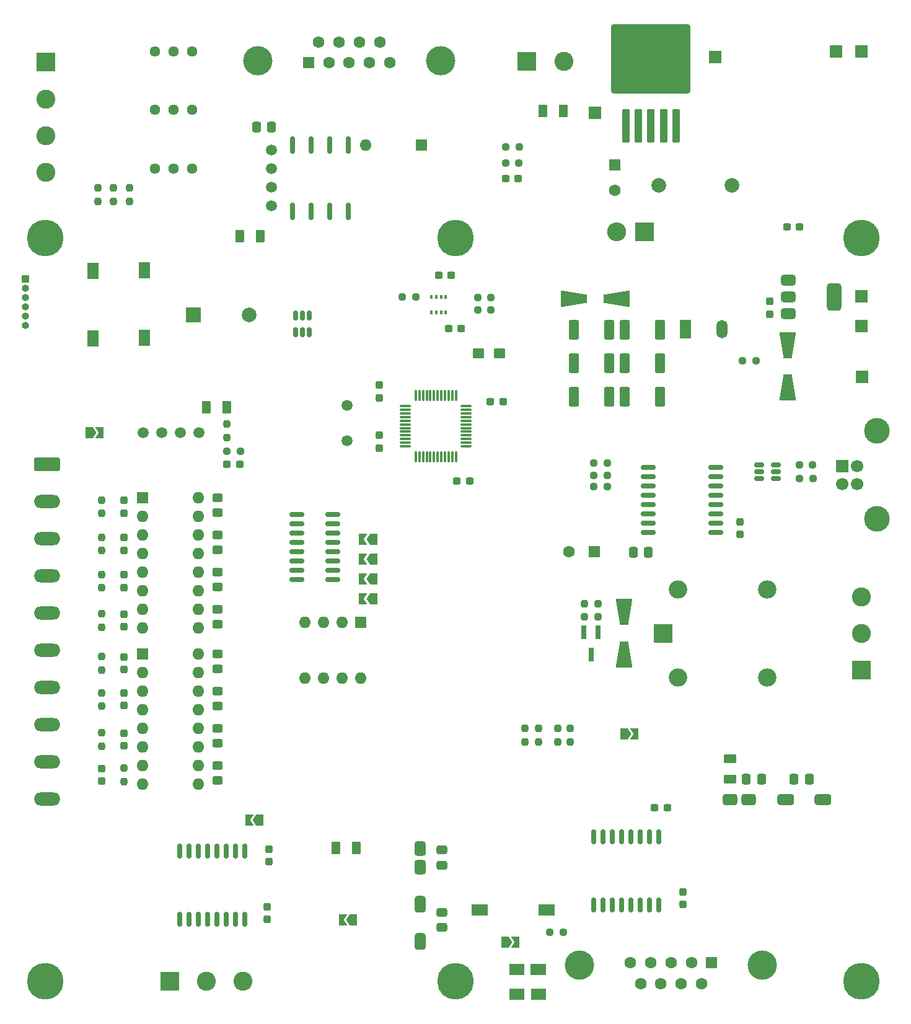
<source format=gbr>
%TF.GenerationSoftware,KiCad,Pcbnew,8.0.1*%
%TF.CreationDate,2024-04-11T20:56:08+03:00*%
%TF.ProjectId,stm32,73746d33-322e-46b6-9963-61645f706362,rev?*%
%TF.SameCoordinates,Original*%
%TF.FileFunction,Soldermask,Top*%
%TF.FilePolarity,Negative*%
%FSLAX46Y46*%
G04 Gerber Fmt 4.6, Leading zero omitted, Abs format (unit mm)*
G04 Created by KiCad (PCBNEW 8.0.1) date 2024-04-11 20:56:08*
%MOMM*%
%LPD*%
G01*
G04 APERTURE LIST*
G04 Aperture macros list*
%AMRoundRect*
0 Rectangle with rounded corners*
0 $1 Rounding radius*
0 $2 $3 $4 $5 $6 $7 $8 $9 X,Y pos of 4 corners*
0 Add a 4 corners polygon primitive as box body*
4,1,4,$2,$3,$4,$5,$6,$7,$8,$9,$2,$3,0*
0 Add four circle primitives for the rounded corners*
1,1,$1+$1,$2,$3*
1,1,$1+$1,$4,$5*
1,1,$1+$1,$6,$7*
1,1,$1+$1,$8,$9*
0 Add four rect primitives between the rounded corners*
20,1,$1+$1,$2,$3,$4,$5,0*
20,1,$1+$1,$4,$5,$6,$7,0*
20,1,$1+$1,$6,$7,$8,$9,0*
20,1,$1+$1,$8,$9,$2,$3,0*%
%AMOutline4P*
0 Free polygon, 4 corners , with rotation*
0 The origin of the aperture is its center*
0 number of corners: always 4*
0 $1 to $8 corner X, Y*
0 $9 Rotation angle, in degrees counterclockwise*
0 create outline with 4 corners*
4,1,4,$1,$2,$3,$4,$5,$6,$7,$8,$1,$2,$9*%
%AMFreePoly0*
4,1,6,1.000000,0.000000,0.500000,-0.750000,-0.500000,-0.750000,-0.500000,0.750000,0.500000,0.750000,1.000000,0.000000,1.000000,0.000000,$1*%
%AMFreePoly1*
4,1,6,0.500000,-0.750000,-0.650000,-0.750000,-0.150000,0.000000,-0.650000,0.750000,0.500000,0.750000,0.500000,-0.750000,0.500000,-0.750000,$1*%
G04 Aperture macros list end*
%ADD10FreePoly0,180.000000*%
%ADD11FreePoly1,180.000000*%
%ADD12RoundRect,0.150000X-0.150000X0.875000X-0.150000X-0.875000X0.150000X-0.875000X0.150000X0.875000X0*%
%ADD13R,0.800000X1.900000*%
%ADD14RoundRect,0.237500X-0.300000X-0.237500X0.300000X-0.237500X0.300000X0.237500X-0.300000X0.237500X0*%
%ADD15C,1.440000*%
%ADD16Outline4P,-1.800000X-1.150000X1.800000X-0.550000X1.800000X0.550000X-1.800000X1.150000X270.000000*%
%ADD17Outline4P,-1.800000X-1.150000X1.800000X-0.550000X1.800000X0.550000X-1.800000X1.150000X90.000000*%
%ADD18RoundRect,0.237500X-0.237500X0.250000X-0.237500X-0.250000X0.237500X-0.250000X0.237500X0.250000X0*%
%ADD19RoundRect,0.249999X-0.450001X-1.075001X0.450001X-1.075001X0.450001X1.075001X-0.450001X1.075001X0*%
%ADD20R,1.600000X2.180000*%
%ADD21R,0.350000X0.500000*%
%ADD22RoundRect,0.237500X-0.237500X0.300000X-0.237500X-0.300000X0.237500X-0.300000X0.237500X0.300000X0*%
%ADD23R,1.600000X1.600000*%
%ADD24C,1.600000*%
%ADD25RoundRect,0.250000X-0.450000X0.325000X-0.450000X-0.325000X0.450000X-0.325000X0.450000X0.325000X0*%
%ADD26R,1.700000X1.700000*%
%ADD27RoundRect,0.250000X0.300000X-2.050000X0.300000X2.050000X-0.300000X2.050000X-0.300000X-2.050000X0*%
%ADD28RoundRect,0.250002X5.149998X-4.449998X5.149998X4.449998X-5.149998X4.449998X-5.149998X-4.449998X0*%
%ADD29RoundRect,0.237500X0.237500X-0.250000X0.237500X0.250000X-0.237500X0.250000X-0.237500X-0.250000X0*%
%ADD30C,5.000000*%
%ADD31RoundRect,0.250000X0.337500X0.475000X-0.337500X0.475000X-0.337500X-0.475000X0.337500X-0.475000X0*%
%ADD32RoundRect,0.237500X0.237500X-0.300000X0.237500X0.300000X-0.237500X0.300000X-0.237500X-0.300000X0*%
%ADD33O,1.600000X1.600000*%
%ADD34R,1.500000X2.500000*%
%ADD35O,1.500000X2.500000*%
%ADD36R,1.500000X1.500000*%
%ADD37FreePoly0,0.000000*%
%ADD38RoundRect,0.237500X0.300000X0.237500X-0.300000X0.237500X-0.300000X-0.237500X0.300000X-0.237500X0*%
%ADD39R,2.000000X2.000000*%
%ADD40C,2.000000*%
%ADD41RoundRect,0.250000X-1.550000X0.650000X-1.550000X-0.650000X1.550000X-0.650000X1.550000X0.650000X0*%
%ADD42O,3.600000X1.800000*%
%ADD43R,2.180000X1.600000*%
%ADD44RoundRect,0.237500X0.250000X0.237500X-0.250000X0.237500X-0.250000X-0.237500X0.250000X-0.237500X0*%
%ADD45C,1.500000*%
%ADD46RoundRect,0.150000X-0.512500X-0.150000X0.512500X-0.150000X0.512500X0.150000X-0.512500X0.150000X0*%
%ADD47R,2.600000X2.600000*%
%ADD48C,2.600000*%
%ADD49RoundRect,0.250000X0.475000X-0.337500X0.475000X0.337500X-0.475000X0.337500X-0.475000X-0.337500X0*%
%ADD50FreePoly1,0.000000*%
%ADD51RoundRect,0.237500X-0.250000X-0.237500X0.250000X-0.237500X0.250000X0.237500X-0.250000X0.237500X0*%
%ADD52RoundRect,0.150000X0.875000X0.150000X-0.875000X0.150000X-0.875000X-0.150000X0.875000X-0.150000X0*%
%ADD53RoundRect,0.375000X-0.625000X-0.375000X0.625000X-0.375000X0.625000X0.375000X-0.625000X0.375000X0*%
%ADD54RoundRect,0.500000X-0.500000X-1.400000X0.500000X-1.400000X0.500000X1.400000X-0.500000X1.400000X0*%
%ADD55RoundRect,0.250000X0.625000X-0.375000X0.625000X0.375000X-0.625000X0.375000X-0.625000X-0.375000X0*%
%ADD56RoundRect,0.162500X0.162500X-1.012500X0.162500X1.012500X-0.162500X1.012500X-0.162500X-1.012500X0*%
%ADD57R,2.500000X2.500000*%
%ADD58O,2.500000X2.500000*%
%ADD59R,1.000000X1.000000*%
%ADD60O,1.000000X1.000000*%
%ADD61C,1.700000*%
%ADD62C,3.500000*%
%ADD63O,2.600000X2.600000*%
%ADD64RoundRect,0.150000X0.825000X0.150000X-0.825000X0.150000X-0.825000X-0.150000X0.825000X-0.150000X0*%
%ADD65C,4.000000*%
%ADD66RoundRect,0.250000X0.375000X0.625000X-0.375000X0.625000X-0.375000X-0.625000X0.375000X-0.625000X0*%
%ADD67RoundRect,0.381000X-0.619000X-0.381000X0.619000X-0.381000X0.619000X0.381000X-0.619000X0.381000X0*%
%ADD68RoundRect,0.381000X-0.762000X-0.381000X0.762000X-0.381000X0.762000X0.381000X-0.762000X0.381000X0*%
%ADD69RoundRect,0.250000X0.537500X0.425000X-0.537500X0.425000X-0.537500X-0.425000X0.537500X-0.425000X0*%
%ADD70RoundRect,0.075000X-0.662500X-0.075000X0.662500X-0.075000X0.662500X0.075000X-0.662500X0.075000X0*%
%ADD71RoundRect,0.075000X-0.075000X-0.662500X0.075000X-0.662500X0.075000X0.662500X-0.075000X0.662500X0*%
%ADD72RoundRect,0.250000X-0.375000X-0.625000X0.375000X-0.625000X0.375000X0.625000X-0.375000X0.625000X0*%
%ADD73RoundRect,0.150000X0.150000X-0.512500X0.150000X0.512500X-0.150000X0.512500X-0.150000X-0.512500X0*%
%ADD74RoundRect,0.381000X-0.381000X0.619000X-0.381000X-0.619000X0.381000X-0.619000X0.381000X0.619000X0*%
%ADD75RoundRect,0.381000X-0.381000X0.762000X-0.381000X-0.762000X0.381000X-0.762000X0.381000X0.762000X0*%
%ADD76Outline4P,-1.800000X-1.150000X1.800000X-0.550000X1.800000X0.550000X-1.800000X1.150000X0.000000*%
%ADD77Outline4P,-1.800000X-1.150000X1.800000X-0.550000X1.800000X0.550000X-1.800000X1.150000X180.000000*%
G04 APERTURE END LIST*
D10*
%TO.C,JP3*%
X63299000Y-93387333D03*
D11*
X61849000Y-93387333D03*
%TD*%
D12*
%TO.C,U14*%
X45740000Y-133240000D03*
X44470000Y-133240000D03*
X43200000Y-133240000D03*
X41930000Y-133240000D03*
X40660000Y-133240000D03*
X39390000Y-133240000D03*
X38120000Y-133240000D03*
X36850000Y-133240000D03*
X36850000Y-142540000D03*
X38120000Y-142540000D03*
X39390000Y-142540000D03*
X40660000Y-142540000D03*
X41930000Y-142540000D03*
X43200000Y-142540000D03*
X44470000Y-142540000D03*
X45740000Y-142540000D03*
%TD*%
D13*
%TO.C,Q3*%
X93980000Y-103378000D03*
X92080000Y-103378000D03*
X93030000Y-106378000D03*
%TD*%
D14*
%TO.C,C32*%
X43307000Y-80391000D03*
X45032000Y-80391000D03*
%TD*%
D15*
%TO.C,RV3*%
X38500000Y-24000000D03*
X35960000Y-24000000D03*
X33420000Y-24000000D03*
%TD*%
D16*
%TO.C,D13*%
X119888000Y-64135000D03*
D17*
X119888000Y-69935000D03*
%TD*%
D18*
%TO.C,R47*%
X27813000Y-42672000D03*
X27813000Y-44497000D03*
%TD*%
D19*
%TO.C,R35*%
X90700500Y-66620000D03*
X95500500Y-66620000D03*
%TD*%
D20*
%TO.C,SW3*%
X25004000Y-54029000D03*
X25004000Y-63209000D03*
%TD*%
D10*
%TO.C,JP1*%
X63299000Y-98806000D03*
D11*
X61849000Y-98806000D03*
%TD*%
D21*
%TO.C,U1*%
X73198000Y-59630000D03*
X72548000Y-59630000D03*
X71898000Y-59630000D03*
X71248000Y-59630000D03*
X71248000Y-57580000D03*
X71898000Y-57580000D03*
X72548000Y-57580000D03*
X73198000Y-57580000D03*
%TD*%
D18*
%TO.C,R51*%
X88442800Y-116488200D03*
X88442800Y-118313200D03*
%TD*%
D10*
%TO.C,JP11*%
X60579000Y-142621000D03*
D11*
X59129000Y-142621000D03*
%TD*%
D22*
%TO.C,C16*%
X29210000Y-117144000D03*
X29210000Y-118869000D03*
%TD*%
D23*
%TO.C,C12*%
X96266000Y-39497000D03*
D24*
X96266000Y-42997000D03*
%TD*%
D23*
%TO.C,C24*%
X93472000Y-92329000D03*
D24*
X89972000Y-92329000D03*
%TD*%
D25*
%TO.C,D6*%
X42037000Y-111379000D03*
X42037000Y-113429000D03*
%TD*%
D22*
%TO.C,C13*%
X29210000Y-85344000D03*
X29210000Y-87069000D03*
%TD*%
D10*
%TO.C,JP2*%
X63299000Y-96096666D03*
D11*
X61849000Y-96096666D03*
%TD*%
D26*
%TO.C,TP7*%
X130000000Y-57500000D03*
%TD*%
D27*
%TO.C,U8*%
X97825000Y-34175000D03*
X99525000Y-34175000D03*
X101225000Y-34175000D03*
D28*
X101225000Y-25025000D03*
D27*
X102925000Y-34175000D03*
X104625000Y-34175000D03*
%TD*%
D29*
%TO.C,R27*%
X26162000Y-113434500D03*
X26162000Y-111609500D03*
%TD*%
D30*
%TO.C,P5*%
X18500000Y-151000000D03*
%TD*%
D31*
%TO.C,C41*%
X116332000Y-123444000D03*
X114257000Y-123444000D03*
%TD*%
D25*
%TO.C,D8*%
X42037000Y-121539000D03*
X42037000Y-123589000D03*
%TD*%
D32*
%TO.C,C31*%
X117475000Y-59891000D03*
X117475000Y-58166000D03*
%TD*%
D23*
%TO.C,SW1*%
X69814600Y-36804600D03*
D33*
X62194600Y-36804600D03*
%TD*%
D34*
%TO.C,C29*%
X105918000Y-61976000D03*
D35*
X110918000Y-61976000D03*
%TD*%
D36*
%TO.C,JP8*%
X83160000Y-149402800D03*
X85560000Y-149402800D03*
D37*
X82360000Y-149402800D03*
D10*
X86360000Y-149402800D03*
%TD*%
D29*
%TO.C,R25*%
X26162000Y-118919000D03*
X26162000Y-117094000D03*
%TD*%
D38*
%TO.C,C1*%
X75284500Y-61849000D03*
X73559500Y-61849000D03*
%TD*%
D36*
%TO.C,JP9*%
X83185000Y-152781000D03*
X85585000Y-152781000D03*
D37*
X82385000Y-152781000D03*
D10*
X86385000Y-152781000D03*
%TD*%
D26*
%TO.C,TP1*%
X130000000Y-61500000D03*
%TD*%
D31*
%TO.C,C42*%
X122826600Y-123444000D03*
X120751600Y-123444000D03*
%TD*%
D39*
%TO.C,BZ1*%
X38700000Y-60000000D03*
D40*
X46300000Y-60000000D03*
%TD*%
D30*
%TO.C,P4*%
X130000000Y-49500000D03*
%TD*%
D15*
%TO.C,RV2*%
X38500000Y-32000000D03*
X35960000Y-32000000D03*
X33420000Y-32000000D03*
%TD*%
D25*
%TO.C,D1*%
X42037000Y-84963000D03*
X42037000Y-87013000D03*
%TD*%
D14*
%TO.C,C2*%
X72189000Y-54610000D03*
X73914000Y-54610000D03*
%TD*%
D19*
%TO.C,R34*%
X90700500Y-62039000D03*
X95500500Y-62039000D03*
%TD*%
D18*
%TO.C,R24*%
X26162000Y-90374000D03*
X26162000Y-92199000D03*
%TD*%
%TO.C,R42*%
X43307000Y-74930000D03*
X43307000Y-76755000D03*
%TD*%
D41*
%TO.C,J2*%
X18683400Y-80398958D03*
D42*
X18683400Y-85478958D03*
X18683400Y-90558958D03*
X18683400Y-95638958D03*
X18683400Y-100718958D03*
X18683400Y-105798958D03*
X18683400Y-110878958D03*
X18683400Y-115958958D03*
X18683400Y-121038958D03*
X18683400Y-126118958D03*
%TD*%
D29*
%TO.C,R56*%
X93995200Y-101245300D03*
X93995200Y-99420300D03*
%TD*%
D43*
%TO.C,SW5*%
X77789600Y-141274800D03*
X86969600Y-141274800D03*
%TD*%
D23*
%TO.C,U7*%
X31750000Y-106299000D03*
D33*
X31750000Y-108839000D03*
X31750000Y-111379000D03*
X31750000Y-113919000D03*
X31750000Y-116459000D03*
X31750000Y-118999000D03*
X31750000Y-121539000D03*
X31750000Y-124079000D03*
X39370000Y-124079000D03*
X39370000Y-121539000D03*
X39370000Y-118999000D03*
X39370000Y-116459000D03*
X39370000Y-113919000D03*
X39370000Y-111379000D03*
X39370000Y-108839000D03*
X39370000Y-106299000D03*
%TD*%
D18*
%TO.C,R48*%
X25654000Y-42672000D03*
X25654000Y-44497000D03*
%TD*%
D44*
%TO.C,R31*%
X95250000Y-81940400D03*
X93425000Y-81940400D03*
%TD*%
D45*
%TO.C,Y1*%
X59710600Y-72329200D03*
X59710600Y-77209200D03*
%TD*%
D14*
%TO.C,C8*%
X74702500Y-82677000D03*
X76427500Y-82677000D03*
%TD*%
D45*
%TO.C,Q1*%
X49384800Y-45143469D03*
X49384800Y-42603469D03*
X49384800Y-40063469D03*
X49384800Y-37523469D03*
%TD*%
D46*
%TO.C,U10*%
X116001800Y-80482400D03*
X116001800Y-81432400D03*
X116001800Y-82382400D03*
X118276800Y-82382400D03*
X118276800Y-81432400D03*
X118276800Y-80482400D03*
%TD*%
D29*
%TO.C,R55*%
X92090200Y-101247200D03*
X92090200Y-99422200D03*
%TD*%
D44*
%TO.C,R2*%
X79375000Y-59309000D03*
X77550000Y-59309000D03*
%TD*%
D30*
%TO.C,P3*%
X74500000Y-49500000D03*
%TD*%
D47*
%TO.C,J8*%
X130000000Y-108500000D03*
D48*
X130000000Y-103500000D03*
X130000000Y-98500000D03*
%TD*%
D26*
%TO.C,TP3*%
X126500000Y-24000000D03*
%TD*%
D25*
%TO.C,D7*%
X42037000Y-116459000D03*
X42037000Y-118509000D03*
%TD*%
D29*
%TO.C,R50*%
X83972400Y-118309400D03*
X83972400Y-116484400D03*
%TD*%
D15*
%TO.C,RV1*%
X38500000Y-40000000D03*
X35960000Y-40000000D03*
X33420000Y-40000000D03*
%TD*%
D49*
%TO.C,C46*%
X72644000Y-143680000D03*
X72644000Y-141605000D03*
%TD*%
D37*
%TO.C,JP6*%
X97536000Y-117221000D03*
D50*
X98986000Y-117221000D03*
%TD*%
D19*
%TO.C,R36*%
X90700500Y-71192000D03*
X95500500Y-71192000D03*
%TD*%
D44*
%TO.C,R45*%
X123317000Y-80492600D03*
X121492000Y-80492600D03*
%TD*%
D51*
%TO.C,R53*%
X87379800Y-144322800D03*
X89204800Y-144322800D03*
%TD*%
D18*
%TO.C,R52*%
X90170000Y-116488200D03*
X90170000Y-118313200D03*
%TD*%
D52*
%TO.C,U9*%
X110110800Y-89687400D03*
X110110800Y-88417400D03*
X110110800Y-87147400D03*
X110110800Y-85877400D03*
X110110800Y-84607400D03*
X110110800Y-83337400D03*
X110110800Y-82067400D03*
X110110800Y-80797400D03*
X100810800Y-80797400D03*
X100810800Y-82067400D03*
X100810800Y-83337400D03*
X100810800Y-84607400D03*
X100810800Y-85877400D03*
X100810800Y-87147400D03*
X100810800Y-88417400D03*
X100810800Y-89687400D03*
%TD*%
D53*
%TO.C,U11*%
X119938000Y-55231000D03*
X119938000Y-57531000D03*
D54*
X126238000Y-57531000D03*
D53*
X119938000Y-59831000D03*
%TD*%
D55*
%TO.C,F4*%
X112014000Y-123447000D03*
X112014000Y-120647000D03*
%TD*%
D56*
%TO.C,U3*%
X52229600Y-45858469D03*
X54769600Y-45858469D03*
X57309600Y-45858469D03*
X59849600Y-45858469D03*
X59849600Y-36808469D03*
X57309600Y-36808469D03*
X54769600Y-36808469D03*
X52229600Y-36808469D03*
%TD*%
D57*
%TO.C,K1*%
X102872500Y-103500000D03*
D58*
X104872500Y-109500000D03*
X117072500Y-109500000D03*
X117072500Y-97500000D03*
X104872500Y-97500000D03*
%TD*%
D51*
%TO.C,R3*%
X67263000Y-57531000D03*
X69088000Y-57531000D03*
%TD*%
D23*
%TO.C,U6*%
X31750000Y-84963000D03*
D33*
X31750000Y-87503000D03*
X31750000Y-90043000D03*
X31750000Y-92583000D03*
X31750000Y-95123000D03*
X31750000Y-97663000D03*
X31750000Y-100203000D03*
X31750000Y-102743000D03*
X39370000Y-102743000D03*
X39370000Y-100203000D03*
X39370000Y-97663000D03*
X39370000Y-95123000D03*
X39370000Y-92583000D03*
X39370000Y-90043000D03*
X39370000Y-87503000D03*
X39370000Y-84963000D03*
%TD*%
D31*
%TO.C,C10*%
X49377000Y-34323069D03*
X47302000Y-34323069D03*
%TD*%
D44*
%TO.C,R12*%
X79375000Y-57658000D03*
X77550000Y-57658000D03*
%TD*%
D25*
%TO.C,D4*%
X42037000Y-100203000D03*
X42037000Y-102253000D03*
%TD*%
D44*
%TO.C,R32*%
X95250000Y-83489800D03*
X93425000Y-83489800D03*
%TD*%
D32*
%TO.C,C27*%
X113334800Y-89966800D03*
X113334800Y-88241800D03*
%TD*%
D22*
%TO.C,C18*%
X29210000Y-95504000D03*
X29210000Y-97229000D03*
%TD*%
D59*
%TO.C,J6*%
X15748000Y-55118000D03*
D60*
X15748000Y-56388000D03*
X15748000Y-57658000D03*
X15748000Y-58928000D03*
X15748000Y-60198000D03*
X15748000Y-61468000D03*
%TD*%
D26*
%TO.C,J5*%
X127354800Y-80621800D03*
D61*
X127354800Y-83121800D03*
X129354800Y-83121800D03*
X129354800Y-80621800D03*
D62*
X132064800Y-75851800D03*
X132064800Y-87891800D03*
%TD*%
D29*
%TO.C,R29*%
X26162000Y-108508000D03*
X26162000Y-106683000D03*
%TD*%
%TO.C,R22*%
X29210000Y-123745000D03*
X29210000Y-121920000D03*
%TD*%
D22*
%TO.C,C22*%
X29210000Y-106733000D03*
X29210000Y-108458000D03*
%TD*%
%TO.C,C14*%
X26162000Y-121970000D03*
X26162000Y-123695000D03*
%TD*%
D29*
%TO.C,R49*%
X85852000Y-118309400D03*
X85852000Y-116484400D03*
%TD*%
D47*
%TO.C,D11*%
X100330000Y-48641000D03*
D63*
X96520000Y-48641000D03*
%TD*%
D22*
%TO.C,C15*%
X29210000Y-90424000D03*
X29210000Y-92149000D03*
%TD*%
D38*
%TO.C,C7*%
X80999500Y-71855500D03*
X79274500Y-71855500D03*
%TD*%
D20*
%TO.C,SW4*%
X32004000Y-63119000D03*
X32004000Y-53939000D03*
%TD*%
D38*
%TO.C,C34*%
X121539000Y-48006000D03*
X119814000Y-48006000D03*
%TD*%
D64*
%TO.C,U4*%
X57782000Y-96139000D03*
X57782000Y-94869000D03*
X57782000Y-93599000D03*
X57782000Y-92329000D03*
X57782000Y-91059000D03*
X57782000Y-89789000D03*
X57782000Y-88519000D03*
X57782000Y-87249000D03*
X52832000Y-87249000D03*
X52832000Y-88519000D03*
X52832000Y-89789000D03*
X52832000Y-91059000D03*
X52832000Y-92329000D03*
X52832000Y-93599000D03*
X52832000Y-94869000D03*
X52832000Y-96139000D03*
%TD*%
D22*
%TO.C,C6*%
X64135000Y-76454000D03*
X64135000Y-78179000D03*
%TD*%
D65*
%TO.C,J7*%
X91460000Y-148800000D03*
X116460000Y-148800000D03*
D23*
X109500000Y-148500000D03*
D24*
X106730000Y-148500000D03*
X103960000Y-148500000D03*
X101190000Y-148500000D03*
X98420000Y-148500000D03*
X108115000Y-151340000D03*
X105345000Y-151340000D03*
X102575000Y-151340000D03*
X99805000Y-151340000D03*
%TD*%
D44*
%TO.C,R40*%
X83208500Y-37084000D03*
X81383500Y-37084000D03*
%TD*%
D18*
%TO.C,R28*%
X26162000Y-100838000D03*
X26162000Y-102663000D03*
%TD*%
D31*
%TO.C,C25*%
X100859500Y-92434500D03*
X98784500Y-92434500D03*
%TD*%
D44*
%TO.C,R46*%
X123342400Y-82372200D03*
X121517400Y-82372200D03*
%TD*%
D66*
%TO.C,F2*%
X89281000Y-32131000D03*
X86481000Y-32131000D03*
%TD*%
D47*
%TO.C,J4*%
X18526000Y-25500000D03*
D48*
X18526000Y-30500000D03*
X18526000Y-35500000D03*
X18526000Y-40500000D03*
%TD*%
D14*
%TO.C,C37*%
X101703800Y-127304800D03*
X103428800Y-127304800D03*
%TD*%
D45*
%TO.C,Q2*%
X39487400Y-76114886D03*
X36947400Y-76114886D03*
X34407400Y-76114886D03*
X31867400Y-76114886D03*
%TD*%
D67*
%TO.C,Q4*%
X112050000Y-126250000D03*
X114590000Y-126250000D03*
D68*
X119670000Y-126250000D03*
X124750000Y-126250000D03*
%TD*%
D10*
%TO.C,JP10*%
X47752000Y-129032000D03*
D11*
X46302000Y-129032000D03*
%TD*%
D18*
%TO.C,R26*%
X26162000Y-95454000D03*
X26162000Y-97279000D03*
%TD*%
D22*
%TO.C,C19*%
X29210000Y-111659500D03*
X29210000Y-113384500D03*
%TD*%
D23*
%TO.C,SW2*%
X61595000Y-101981000D03*
D33*
X59055000Y-101981000D03*
X56515000Y-101981000D03*
X53975000Y-101981000D03*
X53975000Y-109601000D03*
X56515000Y-109601000D03*
X59055000Y-109601000D03*
X61595000Y-109601000D03*
%TD*%
D22*
%TO.C,C4*%
X64135000Y-69596000D03*
X64135000Y-71321000D03*
%TD*%
D16*
%TO.C,D16*%
X97536000Y-100584000D03*
D17*
X97536000Y-106384000D03*
%TD*%
D26*
%TO.C,TP6*%
X130048000Y-68453000D03*
%TD*%
D37*
%TO.C,JP7*%
X81252400Y-145643600D03*
D50*
X82702400Y-145643600D03*
%TD*%
D30*
%TO.C,P1*%
X74500000Y-151000000D03*
%TD*%
D51*
%TO.C,R41*%
X81360000Y-39243000D03*
X83185000Y-39243000D03*
%TD*%
D66*
%TO.C,F1*%
X47882000Y-49273000D03*
X45082000Y-49273000D03*
%TD*%
D14*
%TO.C,C28*%
X81333000Y-41402000D03*
X83058000Y-41402000D03*
%TD*%
D30*
%TO.C,P6*%
X18500000Y-49500000D03*
%TD*%
D25*
%TO.C,D2*%
X42037000Y-90025000D03*
X42037000Y-92075000D03*
%TD*%
D26*
%TO.C,TP5*%
X109982000Y-24765000D03*
%TD*%
D25*
%TO.C,D5*%
X42037000Y-106299000D03*
X42037000Y-108349000D03*
%TD*%
D40*
%TO.C,L1*%
X112268000Y-42291000D03*
X102268000Y-42291000D03*
%TD*%
D32*
%TO.C,C38*%
X105562400Y-140561400D03*
X105562400Y-138836400D03*
%TD*%
D22*
%TO.C,C21*%
X29210000Y-100888000D03*
X29210000Y-102613000D03*
%TD*%
D19*
%TO.C,R39*%
X97659500Y-71192000D03*
X102459500Y-71192000D03*
%TD*%
D44*
%TO.C,R33*%
X115570000Y-66294000D03*
X113745000Y-66294000D03*
%TD*%
D69*
%TO.C,C36*%
X80518000Y-65278000D03*
X77643000Y-65278000D03*
%TD*%
D49*
%TO.C,C44*%
X72644000Y-135149500D03*
X72644000Y-133074500D03*
%TD*%
D32*
%TO.C,C43*%
X49022000Y-134694000D03*
X49022000Y-132969000D03*
%TD*%
%TO.C,C45*%
X48768000Y-142568000D03*
X48768000Y-140843000D03*
%TD*%
D18*
%TO.C,R44*%
X29972000Y-42672000D03*
X29972000Y-44497000D03*
%TD*%
D47*
%TO.C,J9*%
X35500000Y-151000000D03*
D48*
X40500000Y-151000000D03*
X45500000Y-151000000D03*
%TD*%
D51*
%TO.C,R30*%
X93399600Y-80264000D03*
X95224600Y-80264000D03*
%TD*%
D70*
%TO.C,U2*%
X67663900Y-72458800D03*
X67663900Y-72958800D03*
X67663900Y-73458800D03*
X67663900Y-73958800D03*
X67663900Y-74458800D03*
X67663900Y-74958800D03*
X67663900Y-75458800D03*
X67663900Y-75958800D03*
X67663900Y-76458800D03*
X67663900Y-76958800D03*
X67663900Y-77458800D03*
X67663900Y-77958800D03*
D71*
X69076400Y-79371300D03*
X69576400Y-79371300D03*
X70076400Y-79371300D03*
X70576400Y-79371300D03*
X71076400Y-79371300D03*
X71576400Y-79371300D03*
X72076400Y-79371300D03*
X72576400Y-79371300D03*
X73076400Y-79371300D03*
X73576400Y-79371300D03*
X74076400Y-79371300D03*
X74576400Y-79371300D03*
D70*
X75988900Y-77958800D03*
X75988900Y-77458800D03*
X75988900Y-76958800D03*
X75988900Y-76458800D03*
X75988900Y-75958800D03*
X75988900Y-75458800D03*
X75988900Y-74958800D03*
X75988900Y-74458800D03*
X75988900Y-73958800D03*
X75988900Y-73458800D03*
X75988900Y-72958800D03*
X75988900Y-72458800D03*
D71*
X74576400Y-71046300D03*
X74076400Y-71046300D03*
X73576400Y-71046300D03*
X73076400Y-71046300D03*
X72576400Y-71046300D03*
X72076400Y-71046300D03*
X71576400Y-71046300D03*
X71076400Y-71046300D03*
X70576400Y-71046300D03*
X70076400Y-71046300D03*
X69576400Y-71046300D03*
X69076400Y-71046300D03*
%TD*%
D25*
%TO.C,D3*%
X42037000Y-95123000D03*
X42037000Y-97173000D03*
%TD*%
D72*
%TO.C,F3*%
X40507000Y-72644000D03*
X43307000Y-72644000D03*
%TD*%
D19*
%TO.C,R38*%
X97659500Y-66620000D03*
X102459500Y-66620000D03*
%TD*%
D73*
%TO.C,U12*%
X52644000Y-62346000D03*
X53594000Y-62346000D03*
X54544000Y-62346000D03*
X54544000Y-60071000D03*
X53594000Y-60071000D03*
X52644000Y-60071000D03*
%TD*%
D72*
%TO.C,F5*%
X58166000Y-132842000D03*
X60966000Y-132842000D03*
%TD*%
D26*
%TO.C,TP4*%
X93599000Y-32385000D03*
%TD*%
D12*
%TO.C,U13*%
X102311200Y-131267200D03*
X101041200Y-131267200D03*
X99771200Y-131267200D03*
X98501200Y-131267200D03*
X97231200Y-131267200D03*
X95961200Y-131267200D03*
X94691200Y-131267200D03*
X93421200Y-131267200D03*
X93421200Y-140567200D03*
X94691200Y-140567200D03*
X95961200Y-140567200D03*
X97231200Y-140567200D03*
X98501200Y-140567200D03*
X99771200Y-140567200D03*
X101041200Y-140567200D03*
X102311200Y-140567200D03*
%TD*%
D30*
%TO.C,P2*%
X130000000Y-151000000D03*
%TD*%
D47*
%TO.C,J1*%
X84291000Y-25351500D03*
D48*
X89291000Y-25351500D03*
%TD*%
D26*
%TO.C,TP2*%
X130000000Y-24000000D03*
%TD*%
D19*
%TO.C,R37*%
X97659500Y-62048000D03*
X102459500Y-62048000D03*
%TD*%
D51*
%TO.C,R43*%
X43307000Y-78613000D03*
X45132000Y-78613000D03*
%TD*%
D18*
%TO.C,R21*%
X26162000Y-85294000D03*
X26162000Y-87119000D03*
%TD*%
D74*
%TO.C,Q5*%
X69656000Y-132916000D03*
X69656000Y-135456000D03*
D75*
X69656000Y-140536000D03*
X69656000Y-145616000D03*
%TD*%
D65*
%TO.C,J3*%
X72490000Y-25280331D03*
X47490000Y-25280331D03*
D23*
X54450000Y-25580331D03*
D24*
X57220000Y-25580331D03*
X59990000Y-25580331D03*
X62760000Y-25580331D03*
X65530000Y-25580331D03*
X55835000Y-22740331D03*
X58605000Y-22740331D03*
X61375000Y-22740331D03*
X64145000Y-22740331D03*
%TD*%
D10*
%TO.C,JP4*%
X63299000Y-90678000D03*
D11*
X61849000Y-90678000D03*
%TD*%
D37*
%TO.C,JP5*%
X24458000Y-76073000D03*
D50*
X25908000Y-76073000D03*
%TD*%
D76*
%TO.C,D12*%
X90720000Y-57785000D03*
D77*
X96520000Y-57785000D03*
%TD*%
M02*

</source>
